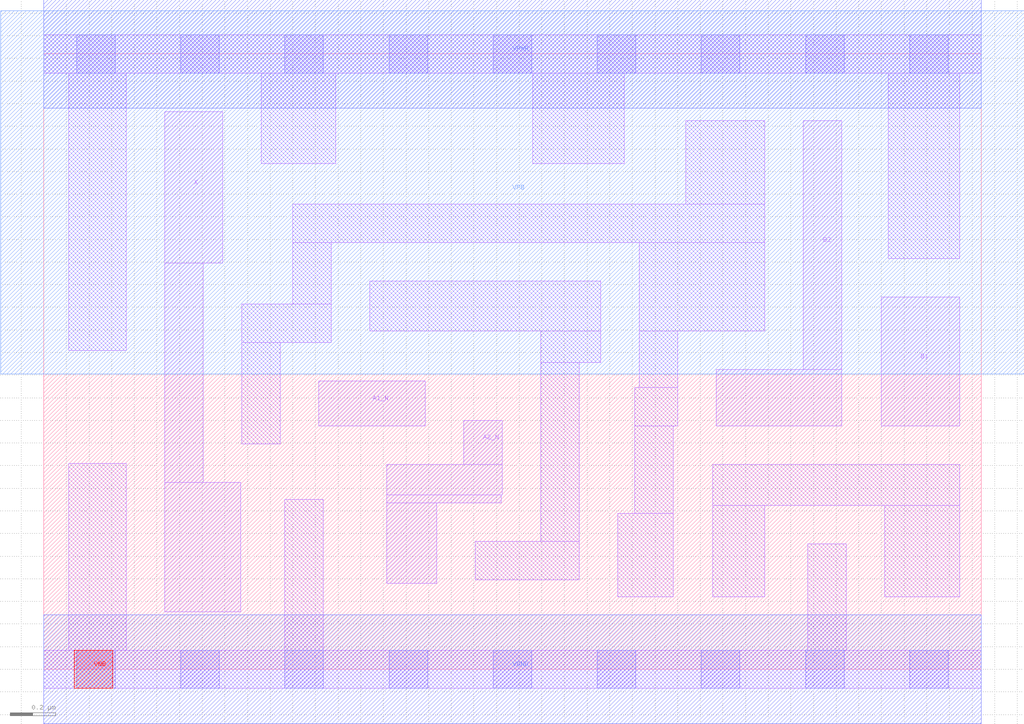
<source format=lef>
# Copyright 2020 The SkyWater PDK Authors
#
# Licensed under the Apache License, Version 2.0 (the "License");
# you may not use this file except in compliance with the License.
# You may obtain a copy of the License at
#
#     https://www.apache.org/licenses/LICENSE-2.0
#
# Unless required by applicable law or agreed to in writing, software
# distributed under the License is distributed on an "AS IS" BASIS,
# WITHOUT WARRANTIES OR CONDITIONS OF ANY KIND, either express or implied.
# See the License for the specific language governing permissions and
# limitations under the License.
#
# SPDX-License-Identifier: Apache-2.0

VERSION 5.7 ;
  NOWIREEXTENSIONATPIN ON ;
  DIVIDERCHAR "/" ;
  BUSBITCHARS "[]" ;
MACRO sky130_fd_sc_hd__o2bb2a_2
  CLASS CORE ;
  FOREIGN sky130_fd_sc_hd__o2bb2a_2 ;
  ORIGIN  0.000000  0.000000 ;
  SIZE  4.140000 BY  2.720000 ;
  SYMMETRY X Y R90 ;
  SITE unithd ;
  PIN A1_N
    ANTENNAGATEAREA  0.159000 ;
    DIRECTION INPUT ;
    USE SIGNAL ;
    PORT
      LAYER li1 ;
        RECT 1.215000 1.075000 1.685000 1.275000 ;
    END
  END A1_N
  PIN A2_N
    ANTENNAGATEAREA  0.159000 ;
    DIRECTION INPUT ;
    USE SIGNAL ;
    PORT
      LAYER li1 ;
        RECT 1.515000 0.380000 1.735000 0.735000 ;
        RECT 1.515000 0.735000 2.020000 0.770000 ;
        RECT 1.515000 0.770000 2.025000 0.905000 ;
        RECT 1.855000 0.905000 2.025000 1.100000 ;
    END
  END A2_N
  PIN B1
    ANTENNAGATEAREA  0.159000 ;
    DIRECTION INPUT ;
    USE SIGNAL ;
    PORT
      LAYER li1 ;
        RECT 3.700000 1.075000 4.045000 1.645000 ;
    END
  END B1
  PIN B2
    ANTENNAGATEAREA  0.159000 ;
    DIRECTION INPUT ;
    USE SIGNAL ;
    PORT
      LAYER li1 ;
        RECT 2.970000 1.075000 3.525000 1.325000 ;
        RECT 3.355000 1.325000 3.525000 2.425000 ;
    END
  END B2
  PIN VNB
    PORT
      LAYER pwell ;
        RECT 0.135000 -0.085000 0.305000 0.085000 ;
    END
  END VNB
  PIN VPB
    PORT
      LAYER nwell ;
        RECT -0.190000 1.305000 4.330000 2.910000 ;
    END
  END VPB
  PIN X
    ANTENNADIFFAREA  0.445500 ;
    DIRECTION OUTPUT ;
    USE SIGNAL ;
    PORT
      LAYER li1 ;
        RECT 0.535000 0.255000 0.870000 0.825000 ;
        RECT 0.535000 0.825000 0.705000 1.795000 ;
        RECT 0.535000 1.795000 0.790000 2.465000 ;
    END
  END X
  PIN VGND
    DIRECTION INOUT ;
    SHAPE ABUTMENT ;
    USE GROUND ;
    PORT
      LAYER met1 ;
        RECT 0.000000 -0.240000 4.140000 0.240000 ;
    END
  END VGND
  PIN VPWR
    DIRECTION INOUT ;
    SHAPE ABUTMENT ;
    USE POWER ;
    PORT
      LAYER met1 ;
        RECT 0.000000 2.480000 4.140000 2.960000 ;
    END
  END VPWR
  OBS
    LAYER li1 ;
      RECT 0.000000 -0.085000 4.140000 0.085000 ;
      RECT 0.000000  2.635000 4.140000 2.805000 ;
      RECT 0.110000  0.085000 0.365000 0.910000 ;
      RECT 0.110000  1.410000 0.365000 2.635000 ;
      RECT 0.875000  0.995000 1.045000 1.445000 ;
      RECT 0.875000  1.445000 1.270000 1.615000 ;
      RECT 0.960000  2.235000 1.290000 2.635000 ;
      RECT 1.065000  0.085000 1.235000 0.750000 ;
      RECT 1.100000  1.615000 1.270000 1.885000 ;
      RECT 1.100000  1.885000 3.185000 2.055000 ;
      RECT 1.440000  1.495000 2.460000 1.715000 ;
      RECT 1.905000  0.395000 2.365000 0.565000 ;
      RECT 2.160000  2.235000 2.565000 2.635000 ;
      RECT 2.195000  0.565000 2.365000 1.355000 ;
      RECT 2.195000  1.355000 2.460000 1.495000 ;
      RECT 2.535000  0.320000 2.780000 0.690000 ;
      RECT 2.610000  0.690000 2.780000 1.075000 ;
      RECT 2.610000  1.075000 2.800000 1.245000 ;
      RECT 2.630000  1.245000 2.800000 1.495000 ;
      RECT 2.630000  1.495000 3.185000 1.885000 ;
      RECT 2.835000  2.055000 3.185000 2.425000 ;
      RECT 2.955000  0.320000 3.185000 0.725000 ;
      RECT 2.955000  0.725000 4.045000 0.905000 ;
      RECT 3.375000  0.085000 3.545000 0.555000 ;
      RECT 3.715000  0.320000 4.045000 0.725000 ;
      RECT 3.730000  1.815000 4.045000 2.635000 ;
    LAYER mcon ;
      RECT 0.145000 -0.085000 0.315000 0.085000 ;
      RECT 0.145000  2.635000 0.315000 2.805000 ;
      RECT 0.605000 -0.085000 0.775000 0.085000 ;
      RECT 0.605000  2.635000 0.775000 2.805000 ;
      RECT 1.065000 -0.085000 1.235000 0.085000 ;
      RECT 1.065000  2.635000 1.235000 2.805000 ;
      RECT 1.525000 -0.085000 1.695000 0.085000 ;
      RECT 1.525000  2.635000 1.695000 2.805000 ;
      RECT 1.985000 -0.085000 2.155000 0.085000 ;
      RECT 1.985000  2.635000 2.155000 2.805000 ;
      RECT 2.445000 -0.085000 2.615000 0.085000 ;
      RECT 2.445000  2.635000 2.615000 2.805000 ;
      RECT 2.905000 -0.085000 3.075000 0.085000 ;
      RECT 2.905000  2.635000 3.075000 2.805000 ;
      RECT 3.365000 -0.085000 3.535000 0.085000 ;
      RECT 3.365000  2.635000 3.535000 2.805000 ;
      RECT 3.825000 -0.085000 3.995000 0.085000 ;
      RECT 3.825000  2.635000 3.995000 2.805000 ;
  END
END sky130_fd_sc_hd__o2bb2a_2
END LIBRARY

</source>
